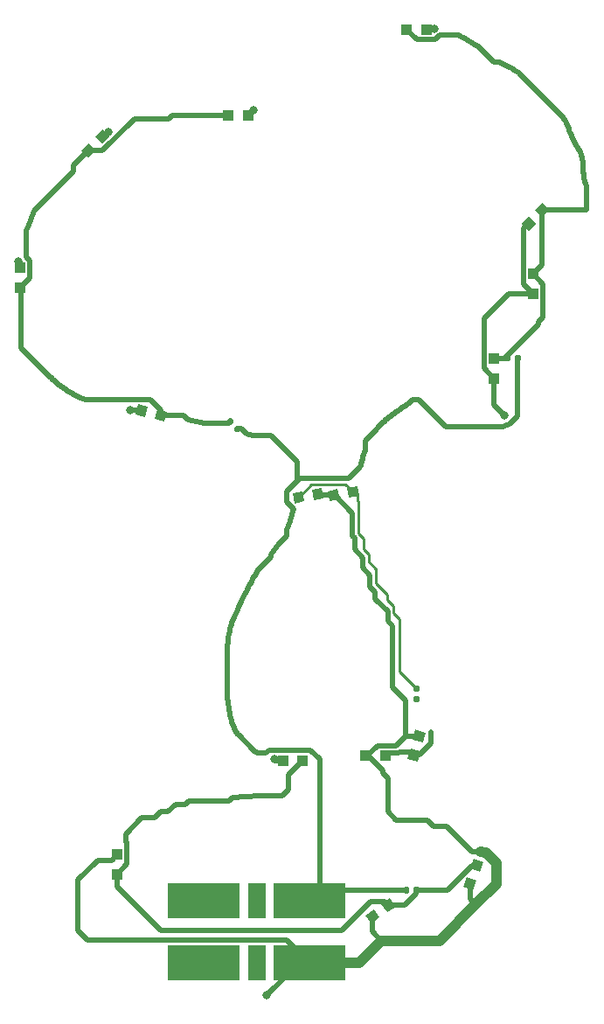
<source format=gbr>
%TF.GenerationSoftware,KiCad,Pcbnew,5.1.7-a382d34a8~88~ubuntu20.04.1*%
%TF.CreationDate,2021-01-15T03:25:47-08:00*%
%TF.ProjectId,snoopy-sao,736e6f6f-7079-42d7-9361-6f2e6b696361,rev?*%
%TF.SameCoordinates,Original*%
%TF.FileFunction,Copper,L2,Bot*%
%TF.FilePolarity,Positive*%
%FSLAX46Y46*%
G04 Gerber Fmt 4.6, Leading zero omitted, Abs format (unit mm)*
G04 Created by KiCad (PCBNEW 5.1.7-a382d34a8~88~ubuntu20.04.1) date 2021-01-15 03:25:47*
%MOMM*%
%LPD*%
G01*
G04 APERTURE LIST*
%TA.AperFunction,SMDPad,CuDef*%
%ADD10R,1.000000X1.000000*%
%TD*%
%TA.AperFunction,SMDPad,CuDef*%
%ADD11C,0.100000*%
%TD*%
%TA.AperFunction,SMDPad,CuDef*%
%ADD12R,6.908800X3.454400*%
%TD*%
%TA.AperFunction,SMDPad,CuDef*%
%ADD13R,1.727200X3.454400*%
%TD*%
%TA.AperFunction,ViaPad*%
%ADD14C,0.800000*%
%TD*%
%TA.AperFunction,Conductor*%
%ADD15C,1.000000*%
%TD*%
%TA.AperFunction,Conductor*%
%ADD16C,0.500000*%
%TD*%
%TA.AperFunction,Conductor*%
%ADD17C,0.250000*%
%TD*%
G04 APERTURE END LIST*
%TO.P,R4,2*%
%TO.N,/A_4*%
%TA.AperFunction,SMDPad,CuDef*%
G36*
G01*
X95787625Y-96243673D02*
X95543673Y-96487625D01*
G75*
G02*
X95335077Y-96487625I-104298J104298D01*
G01*
X95126481Y-96279029D01*
G75*
G02*
X95126481Y-96070433I104298J104298D01*
G01*
X95370433Y-95826481D01*
G75*
G02*
X95579029Y-95826481I104298J-104298D01*
G01*
X95787625Y-96035077D01*
G75*
G02*
X95787625Y-96243673I-104298J-104298D01*
G01*
G37*
%TD.AperFunction*%
%TO.P,R4,1*%
%TO.N,+3V3*%
%TA.AperFunction,SMDPad,CuDef*%
G36*
G01*
X96473519Y-96929567D02*
X96229567Y-97173519D01*
G75*
G02*
X96020971Y-97173519I-104298J104298D01*
G01*
X95812375Y-96964923D01*
G75*
G02*
X95812375Y-96756327I104298J104298D01*
G01*
X96056327Y-96512375D01*
G75*
G02*
X96264923Y-96512375I104298J-104298D01*
G01*
X96473519Y-96720971D01*
G75*
G02*
X96473519Y-96929567I-104298J-104298D01*
G01*
G37*
%TD.AperFunction*%
%TD*%
D10*
%TO.P,D16,2*%
%TO.N,/A_4*%
X95250000Y-66500000D03*
%TO.P,D16,1*%
%TO.N,GND*%
X97150000Y-66500000D03*
%TD*%
%TA.AperFunction,SMDPad,CuDef*%
D11*
%TO.P,D15,2*%
%TO.N,/A_4*%
G36*
X81021142Y-69871751D02*
G01*
X81728249Y-69164644D01*
X82435356Y-69871751D01*
X81728249Y-70578858D01*
X81021142Y-69871751D01*
G37*
%TD.AperFunction*%
%TA.AperFunction,SMDPad,CuDef*%
%TO.P,D15,1*%
%TO.N,GND*%
G36*
X82364644Y-68528249D02*
G01*
X83071751Y-67821142D01*
X83778858Y-68528249D01*
X83071751Y-69235356D01*
X82364644Y-68528249D01*
G37*
%TD.AperFunction*%
%TD*%
%TA.AperFunction,SMDPad,CuDef*%
%TO.P,D14,2*%
%TO.N,/A_4*%
G36*
X89071183Y-96158250D02*
G01*
X88105258Y-95899431D01*
X88364077Y-94933506D01*
X89330002Y-95192325D01*
X89071183Y-96158250D01*
G37*
%TD.AperFunction*%
%TA.AperFunction,SMDPad,CuDef*%
%TO.P,D14,1*%
%TO.N,GND*%
G36*
X87235923Y-95666494D02*
G01*
X86269998Y-95407675D01*
X86528817Y-94441750D01*
X87494742Y-94700569D01*
X87235923Y-95666494D01*
G37*
%TD.AperFunction*%
%TD*%
D10*
%TO.P,D13,2*%
%TO.N,/A_4*%
X75100000Y-83150000D03*
%TO.P,D13,1*%
%TO.N,GND*%
X75100000Y-81250000D03*
%TD*%
%TO.P,R3,2*%
%TO.N,/A_3*%
%TA.AperFunction,SMDPad,CuDef*%
G36*
G01*
X122610000Y-89827500D02*
X122610000Y-90172500D01*
G75*
G02*
X122462500Y-90320000I-147500J0D01*
G01*
X122167500Y-90320000D01*
G75*
G02*
X122020000Y-90172500I0J147500D01*
G01*
X122020000Y-89827500D01*
G75*
G02*
X122167500Y-89680000I147500J0D01*
G01*
X122462500Y-89680000D01*
G75*
G02*
X122610000Y-89827500I0J-147500D01*
G01*
G37*
%TD.AperFunction*%
%TO.P,R3,1*%
%TO.N,+3V3*%
%TA.AperFunction,SMDPad,CuDef*%
G36*
G01*
X123580000Y-89827500D02*
X123580000Y-90172500D01*
G75*
G02*
X123432500Y-90320000I-147500J0D01*
G01*
X123137500Y-90320000D01*
G75*
G02*
X122990000Y-90172500I0J147500D01*
G01*
X122990000Y-89827500D01*
G75*
G02*
X123137500Y-89680000I147500J0D01*
G01*
X123432500Y-89680000D01*
G75*
G02*
X123580000Y-89827500I0J-147500D01*
G01*
G37*
%TD.AperFunction*%
%TD*%
%TO.P,D12,2*%
%TO.N,/A_3*%
X121000000Y-90050000D03*
%TO.P,D12,1*%
%TO.N,GND*%
X121000000Y-91950000D03*
%TD*%
%TO.P,D11,2*%
%TO.N,/A_3*%
X112550000Y-58200000D03*
%TO.P,D11,1*%
%TO.N,GND*%
X114450000Y-58200000D03*
%TD*%
%TA.AperFunction,SMDPad,CuDef*%
D11*
%TO.P,D10,2*%
%TO.N,/A_3*%
G36*
X126378858Y-75628249D02*
G01*
X125671751Y-76335356D01*
X124964644Y-75628249D01*
X125671751Y-74921142D01*
X126378858Y-75628249D01*
G37*
%TD.AperFunction*%
%TA.AperFunction,SMDPad,CuDef*%
%TO.P,D10,1*%
%TO.N,GND*%
G36*
X125035356Y-76971751D02*
G01*
X124328249Y-77678858D01*
X123621142Y-76971751D01*
X124328249Y-76264644D01*
X125035356Y-76971751D01*
G37*
%TD.AperFunction*%
%TD*%
D10*
%TO.P,D9,2*%
%TO.N,/A_3*%
X124800000Y-81850000D03*
%TO.P,D9,1*%
%TO.N,GND*%
X124800000Y-83750000D03*
%TD*%
%TO.P,R2,2*%
%TO.N,/A_2*%
%TA.AperFunction,SMDPad,CuDef*%
G36*
G01*
X113672500Y-122310000D02*
X113327500Y-122310000D01*
G75*
G02*
X113180000Y-122162500I0J147500D01*
G01*
X113180000Y-121867500D01*
G75*
G02*
X113327500Y-121720000I147500J0D01*
G01*
X113672500Y-121720000D01*
G75*
G02*
X113820000Y-121867500I0J-147500D01*
G01*
X113820000Y-122162500D01*
G75*
G02*
X113672500Y-122310000I-147500J0D01*
G01*
G37*
%TD.AperFunction*%
%TO.P,R2,1*%
%TO.N,+3V3*%
%TA.AperFunction,SMDPad,CuDef*%
G36*
G01*
X113672500Y-123280000D02*
X113327500Y-123280000D01*
G75*
G02*
X113180000Y-123132500I0J147500D01*
G01*
X113180000Y-122837500D01*
G75*
G02*
X113327500Y-122690000I147500J0D01*
G01*
X113672500Y-122690000D01*
G75*
G02*
X113820000Y-122837500I0J-147500D01*
G01*
X113820000Y-123132500D01*
G75*
G02*
X113672500Y-123280000I-147500J0D01*
G01*
G37*
%TD.AperFunction*%
%TD*%
%TA.AperFunction,SMDPad,CuDef*%
D11*
%TO.P,D8,2*%
%TO.N,/A_2*%
G36*
X112641750Y-128771183D02*
G01*
X112900569Y-127805258D01*
X113866494Y-128064077D01*
X113607675Y-129030002D01*
X112641750Y-128771183D01*
G37*
%TD.AperFunction*%
%TA.AperFunction,SMDPad,CuDef*%
%TO.P,D8,1*%
%TO.N,GND*%
G36*
X113133506Y-126935923D02*
G01*
X113392325Y-125969998D01*
X114358250Y-126228817D01*
X114099431Y-127194742D01*
X113133506Y-126935923D01*
G37*
%TD.AperFunction*%
%TD*%
D10*
%TO.P,D7,2*%
%TO.N,/A_2*%
X110450000Y-128500000D03*
%TO.P,D7,1*%
%TO.N,GND*%
X108550000Y-128500000D03*
%TD*%
%TA.AperFunction,SMDPad,CuDef*%
D11*
%TO.P,D6,2*%
%TO.N,/A_2*%
G36*
X107914795Y-103340614D02*
G01*
X106929987Y-103514262D01*
X106756339Y-102529454D01*
X107741147Y-102355806D01*
X107914795Y-103340614D01*
G37*
%TD.AperFunction*%
%TA.AperFunction,SMDPad,CuDef*%
%TO.P,D6,1*%
%TO.N,GND*%
G36*
X106043661Y-103670546D02*
G01*
X105058853Y-103844194D01*
X104885205Y-102859386D01*
X105870013Y-102685738D01*
X106043661Y-103670546D01*
G37*
%TD.AperFunction*%
%TD*%
%TA.AperFunction,SMDPad,CuDef*%
%TO.P,D5,2*%
%TO.N,/A_2*%
G36*
X101485205Y-103059386D02*
G01*
X102470013Y-102885738D01*
X102643661Y-103870546D01*
X101658853Y-104044194D01*
X101485205Y-103059386D01*
G37*
%TD.AperFunction*%
%TA.AperFunction,SMDPad,CuDef*%
%TO.P,D5,1*%
%TO.N,GND*%
G36*
X103356339Y-102729454D02*
G01*
X104341147Y-102555806D01*
X104514795Y-103540614D01*
X103529987Y-103714262D01*
X103356339Y-102729454D01*
G37*
%TD.AperFunction*%
%TD*%
%TO.P,R1,2*%
%TO.N,/A_1*%
%TA.AperFunction,SMDPad,CuDef*%
G36*
G01*
X113190000Y-141672500D02*
X113190000Y-141327500D01*
G75*
G02*
X113337500Y-141180000I147500J0D01*
G01*
X113632500Y-141180000D01*
G75*
G02*
X113780000Y-141327500I0J-147500D01*
G01*
X113780000Y-141672500D01*
G75*
G02*
X113632500Y-141820000I-147500J0D01*
G01*
X113337500Y-141820000D01*
G75*
G02*
X113190000Y-141672500I0J147500D01*
G01*
G37*
%TD.AperFunction*%
%TO.P,R1,1*%
%TO.N,+3V3*%
%TA.AperFunction,SMDPad,CuDef*%
G36*
G01*
X112220000Y-141672500D02*
X112220000Y-141327500D01*
G75*
G02*
X112367500Y-141180000I147500J0D01*
G01*
X112662500Y-141180000D01*
G75*
G02*
X112810000Y-141327500I0J-147500D01*
G01*
X112810000Y-141672500D01*
G75*
G02*
X112662500Y-141820000I-147500J0D01*
G01*
X112367500Y-141820000D01*
G75*
G02*
X112220000Y-141672500I0J147500D01*
G01*
G37*
%TD.AperFunction*%
%TD*%
D10*
%TO.P,D4,2*%
%TO.N,/A_1*%
X102450000Y-129000000D03*
%TO.P,D4,1*%
%TO.N,GND*%
X100550000Y-129000000D03*
%TD*%
%TA.AperFunction,SMDPad,CuDef*%
D11*
%TO.P,D3,2*%
%TO.N,/A_1*%
G36*
X119965775Y-138808456D02*
G01*
X119623755Y-139748148D01*
X118684063Y-139406128D01*
X119026083Y-138466436D01*
X119965775Y-138808456D01*
G37*
%TD.AperFunction*%
%TA.AperFunction,SMDPad,CuDef*%
%TO.P,D3,1*%
%TO.N,GND*%
G36*
X119315937Y-140593872D02*
G01*
X118973917Y-141533564D01*
X118034225Y-141191544D01*
X118376245Y-140251852D01*
X119315937Y-140593872D01*
G37*
%TD.AperFunction*%
%TD*%
D10*
%TO.P,D2,2*%
%TO.N,/A_1*%
X84500000Y-139950000D03*
%TO.P,D2,1*%
%TO.N,GND*%
X84500000Y-138050000D03*
%TD*%
%TA.AperFunction,SMDPad,CuDef*%
D11*
%TO.P,D1,2*%
%TO.N,/A_1*%
G36*
X111474558Y-143077890D02*
G01*
X110655406Y-143651466D01*
X110081830Y-142832314D01*
X110900982Y-142258738D01*
X111474558Y-143077890D01*
G37*
%TD.AperFunction*%
%TA.AperFunction,SMDPad,CuDef*%
%TO.P,D1,1*%
%TO.N,GND*%
G36*
X109918170Y-144167686D02*
G01*
X109099018Y-144741262D01*
X108525442Y-143922110D01*
X109344594Y-143348534D01*
X109918170Y-144167686D01*
G37*
%TD.AperFunction*%
%TD*%
D12*
%TO.P,X1,2*%
%TO.N,GND*%
X103130800Y-148517200D03*
%TO.P,X1,1*%
%TO.N,+3V3*%
X103130800Y-142522800D03*
D13*
%TO.P,X1,4*%
%TO.N,Net-(X1-Pad4)*%
X98000000Y-148517200D03*
%TO.P,X1,3*%
%TO.N,Net-(X1-Pad3)*%
X98000000Y-142522800D03*
D12*
%TO.P,X1,6*%
%TO.N,Net-(X1-Pad6)*%
X92869200Y-148517200D03*
%TO.P,X1,5*%
%TO.N,Net-(X1-Pad5)*%
X92869200Y-142522800D03*
%TD*%
D14*
%TO.N,GND*%
X99000000Y-151700000D03*
X99700000Y-128800000D03*
X122000000Y-95500000D03*
X85800000Y-95000000D03*
X74940363Y-80610925D03*
X115228546Y-58069357D03*
X97700000Y-66000000D03*
X83615366Y-68124926D03*
%TD*%
D15*
%TO.N,GND*%
X103130800Y-148517200D02*
X107986362Y-148517200D01*
X107986362Y-148517200D02*
X110101781Y-146401781D01*
X119200000Y-142900000D02*
X121200000Y-140900000D01*
X121200000Y-140900000D02*
X121200000Y-138900000D01*
X120191966Y-137891966D02*
X119685336Y-137800000D01*
X121200000Y-138900000D02*
X120191966Y-137891966D01*
D16*
X110200000Y-130200000D02*
X110200000Y-129900000D01*
X108800000Y-128500000D02*
X108550000Y-128500000D01*
X110700000Y-133900000D02*
X110700000Y-130700000D01*
X111500000Y-134700000D02*
X110700000Y-133900000D01*
X114444309Y-134700000D02*
X111500000Y-134700000D01*
X110200000Y-129900000D02*
X108800000Y-128500000D01*
X114516776Y-134716776D02*
X114460672Y-134703715D01*
X115100000Y-135300000D02*
X114516776Y-134716776D01*
X114460672Y-134703715D02*
X114444309Y-134700000D01*
X116400000Y-135300000D02*
X115100000Y-135300000D01*
X110700000Y-130700000D02*
X110200000Y-130200000D01*
X118900000Y-137800000D02*
X116400000Y-135300000D01*
X119685336Y-137800000D02*
X118900000Y-137800000D01*
X118675081Y-142375081D02*
X119200000Y-142900000D01*
X118675081Y-140892708D02*
X118675081Y-142375081D01*
X109221806Y-145521806D02*
X110101781Y-146401781D01*
X109221806Y-144044898D02*
X109221806Y-145521806D01*
X100953599Y-146339999D02*
X81639999Y-146339999D01*
X103130800Y-148517200D02*
X100953599Y-146339999D01*
X81639999Y-146339999D02*
X80700000Y-145400000D01*
X80700000Y-145400000D02*
X80700000Y-140500000D01*
X80700000Y-140500000D02*
X82600000Y-138600000D01*
X83950000Y-138600000D02*
X84500000Y-138050000D01*
X82600000Y-138600000D02*
X83950000Y-138600000D01*
X112434184Y-126582370D02*
X113745878Y-126582370D01*
X111516554Y-127500000D02*
X112434184Y-126582370D01*
X109700000Y-127500000D02*
X111516554Y-127500000D01*
X108700000Y-128500000D02*
X109700000Y-127500000D01*
X108550000Y-128500000D02*
X108700000Y-128500000D01*
D15*
X110101781Y-146401781D02*
X115698219Y-146401781D01*
X115698219Y-146401781D02*
X119200000Y-142900000D01*
D16*
X123849999Y-82799999D02*
X124800000Y-83750000D01*
X123849999Y-77450001D02*
X123849999Y-82799999D01*
X124328249Y-76971751D02*
X123849999Y-77450001D01*
X124800000Y-83750000D02*
X122450000Y-83750000D01*
X120049999Y-90999999D02*
X121000000Y-91950000D01*
X120049999Y-86150001D02*
X120049999Y-90999999D01*
X122450000Y-83750000D02*
X120049999Y-86150001D01*
X102182800Y-148517200D02*
X99000000Y-151700000D01*
X103130800Y-148517200D02*
X102182800Y-148517200D01*
X99900000Y-129000000D02*
X99700000Y-128800000D01*
X100550000Y-129000000D02*
X99900000Y-129000000D01*
X105564966Y-103264966D02*
X105464433Y-103264966D01*
X107290548Y-104990548D02*
X105564966Y-103264966D01*
X107290548Y-107190548D02*
X107290548Y-104990548D01*
X107500000Y-107400000D02*
X107290548Y-107190548D01*
X112434184Y-123134184D02*
X111200000Y-121900000D01*
X111200000Y-121900000D02*
X111200000Y-115900000D01*
X109500000Y-113300000D02*
X109500000Y-112600000D01*
X109500000Y-112600000D02*
X109000000Y-112100000D01*
X112434184Y-126582370D02*
X112434184Y-123134184D01*
X110700000Y-115400000D02*
X110700000Y-114500000D01*
X110700000Y-114500000D02*
X109500000Y-113300000D01*
X109000000Y-112100000D02*
X109000000Y-111000000D01*
X109000000Y-111000000D02*
X108300000Y-110300000D01*
X108300000Y-110300000D02*
X108300000Y-109300000D01*
X108300000Y-109300000D02*
X107500000Y-108500000D01*
X111200000Y-115900000D02*
X110700000Y-115400000D01*
X107500000Y-108500000D02*
X107500000Y-107400000D01*
X104065499Y-103264966D02*
X103935567Y-103135034D01*
X105464433Y-103264966D02*
X104065499Y-103264966D01*
X121000000Y-94500000D02*
X121000000Y-91950000D01*
X122000000Y-95500000D02*
X121000000Y-94500000D01*
X85854122Y-95054122D02*
X85800000Y-95000000D01*
X86882370Y-95054122D02*
X85854122Y-95054122D01*
X75100000Y-80770562D02*
X74940363Y-80610925D01*
X75100000Y-81250000D02*
X75100000Y-80770562D01*
X114450000Y-58200000D02*
X115097903Y-58200000D01*
X115097903Y-58200000D02*
X115228546Y-58069357D01*
X97200000Y-66500000D02*
X97700000Y-66000000D01*
X97150000Y-66500000D02*
X97200000Y-66500000D01*
X83212043Y-68528249D02*
X83615366Y-68124926D01*
X83071751Y-68528249D02*
X83212043Y-68528249D01*
%TO.N,+3V3*%
X98244016Y-110403215D02*
X98343516Y-110257357D01*
X104153600Y-141500000D02*
X112515000Y-141500000D01*
X103130800Y-142522800D02*
X104153600Y-141500000D01*
X104100000Y-141553600D02*
X103130800Y-142522800D01*
X104100000Y-128839998D02*
X104100000Y-141553600D01*
X95382214Y-116448358D02*
X95332567Y-116715300D01*
X96290501Y-114033782D02*
X96170733Y-114296000D01*
X97417886Y-111772534D02*
X97310388Y-111970118D01*
X95492241Y-115969105D02*
X95435541Y-116199050D01*
X95505277Y-124852057D02*
X95568862Y-125073090D01*
X95679508Y-115408172D02*
X95613651Y-115575224D01*
X95802392Y-115124691D02*
X95679508Y-115408172D01*
X96525983Y-113529429D02*
X96408926Y-113778236D01*
X96641748Y-113287211D02*
X96525983Y-113529429D01*
X95551861Y-115760418D02*
X95492241Y-115969105D01*
X97201752Y-112173982D02*
X97092072Y-112383955D01*
X96408926Y-113778236D02*
X96290501Y-114033782D01*
X96027498Y-126159005D02*
X96108764Y-126301228D01*
X98898383Y-128254231D02*
X99202616Y-127949998D01*
X96756123Y-113051791D02*
X96641748Y-113287211D01*
X95200000Y-123080876D02*
X95209388Y-123170841D01*
X98244016Y-110403215D02*
X98143769Y-110554486D01*
X96981298Y-112600136D02*
X96869284Y-112822807D01*
X95435541Y-116199050D02*
X95382214Y-116448358D01*
X96049448Y-114565256D02*
X95926704Y-114841410D01*
X95613651Y-115575224D02*
X95551861Y-115760418D01*
X95926704Y-114841410D02*
X95802392Y-115124691D01*
X95200000Y-117678786D02*
X95200000Y-123080876D01*
X95390008Y-124354878D02*
X95445738Y-124612774D01*
X97940790Y-110873782D02*
X97838100Y-111041797D01*
X98143769Y-110554486D02*
X98042715Y-110711300D01*
X97092072Y-112383955D02*
X96981298Y-112600136D01*
X98042715Y-110711300D02*
X97940790Y-110873782D01*
X96170733Y-114296000D02*
X96049448Y-114565256D01*
X97838100Y-111041797D02*
X97734426Y-111215720D01*
X97734426Y-111215720D02*
X97629905Y-111395349D01*
X95209388Y-123170841D02*
X95247958Y-123486609D01*
X97809283Y-128068735D02*
X97955965Y-128162943D01*
X97629905Y-111395349D02*
X97524346Y-111581029D01*
X96869284Y-112822807D02*
X96756123Y-113051791D01*
X97524346Y-111581029D02*
X97417886Y-111772534D01*
X96193943Y-126440260D02*
X96218966Y-126478418D01*
X95332567Y-116715300D02*
X95286827Y-116998127D01*
X95286827Y-116998127D02*
X95245128Y-117295373D01*
X99202616Y-127949998D02*
X103210000Y-127949998D01*
X95245128Y-117295373D02*
X95207600Y-117605400D01*
X95207600Y-117605400D02*
X95200000Y-117678786D01*
X95247958Y-123486609D02*
X95290979Y-123790231D01*
X97310388Y-111970118D02*
X97201752Y-112173982D01*
X95290979Y-123790231D02*
X95338367Y-124080169D01*
X95338367Y-124080169D02*
X95390008Y-124354878D01*
X95445738Y-124612774D02*
X95505277Y-124852057D01*
X95568862Y-125073090D02*
X95622126Y-125236907D01*
X95622126Y-125236907D02*
X95679872Y-125398936D01*
X95679872Y-125398936D02*
X95741554Y-125557580D01*
X95741554Y-125557580D02*
X95807170Y-125712889D01*
X103210000Y-127949998D02*
X104100000Y-128839998D01*
X98107014Y-128254231D02*
X98898383Y-128254231D01*
X95876685Y-125864839D02*
X95950127Y-126013530D01*
X95807170Y-125712889D02*
X95876685Y-125864839D01*
X95950127Y-126013530D02*
X96027498Y-126159005D01*
X96108764Y-126301228D02*
X96193943Y-126440260D01*
X96218966Y-126478418D02*
X97809283Y-128068735D01*
X97955965Y-128162943D02*
X98107014Y-128254231D01*
X96542947Y-96842947D02*
X96142947Y-96842947D01*
X97035197Y-97335197D02*
X96542947Y-96842947D01*
X97597159Y-97500000D02*
X97035197Y-97335197D01*
X99400000Y-97500000D02*
X97597159Y-97500000D01*
X99400000Y-109247231D02*
X99400000Y-109018923D01*
X99400000Y-109018923D02*
X100125576Y-107974418D01*
X100125576Y-107974418D02*
X100900000Y-107199994D01*
X101241773Y-105711099D02*
X101580463Y-104602216D01*
X101580463Y-104602216D02*
X100900000Y-103921753D01*
X100900000Y-107199994D02*
X100900000Y-106602792D01*
X100900000Y-103921753D02*
X100900000Y-102909696D01*
X101962738Y-100062738D02*
X99400000Y-97500000D01*
X98244016Y-110403215D02*
X99400000Y-109247231D01*
X100900000Y-106602792D02*
X101241773Y-105758224D01*
X100900000Y-102909696D02*
X101962738Y-101846957D01*
X101241773Y-105758224D02*
X101241773Y-105711099D01*
X101962738Y-101846957D02*
X101962738Y-100062738D01*
X123285000Y-90000000D02*
X123285000Y-95615000D01*
X121965690Y-96579808D02*
X121914343Y-96600000D01*
X122236866Y-96465127D02*
X121965690Y-96579808D01*
X122511912Y-96340746D02*
X122236866Y-96465127D01*
X122602185Y-96297815D02*
X122511912Y-96340746D01*
X123285000Y-95615000D02*
X122602185Y-96297815D01*
X113692859Y-93973988D02*
X113126012Y-93973988D01*
X116318872Y-96600000D02*
X113692859Y-93973988D01*
X121914343Y-96600000D02*
X116318872Y-96600000D01*
X113126012Y-93973988D02*
X112662741Y-94437259D01*
X110986255Y-95585141D02*
X110980685Y-95584594D01*
X111149471Y-95456282D02*
X110986255Y-95585141D01*
X111154614Y-95456887D02*
X111149471Y-95456282D01*
X111324248Y-95327781D02*
X111154614Y-95456887D01*
X111509534Y-95199426D02*
X111505221Y-95198769D01*
X111692600Y-95068930D02*
X111509534Y-95199426D01*
X111696518Y-95069586D02*
X111692600Y-95068930D01*
X111890154Y-94938586D02*
X111886613Y-94937943D01*
X111886613Y-94937943D02*
X111696518Y-95069586D01*
X112662741Y-94437259D02*
X112619125Y-94464634D01*
X112619125Y-94464634D02*
X112615891Y-94463933D01*
X111505221Y-95198769D02*
X111328971Y-95328421D01*
X112521851Y-94523107D02*
X112423809Y-94586967D01*
X112423809Y-94586967D02*
X112422606Y-94586719D01*
X112207728Y-94727693D02*
X112207100Y-94727567D01*
X112523425Y-94523439D02*
X112521851Y-94523107D01*
X112422606Y-94586719D02*
X112318691Y-94655027D01*
X112318691Y-94655027D02*
X112317798Y-94654846D01*
X112317798Y-94654846D02*
X112207728Y-94727693D01*
X110823697Y-95713501D02*
X110817698Y-95713037D01*
X110980685Y-95584594D02*
X110823697Y-95713501D01*
X112207100Y-94727567D02*
X112089355Y-94805865D01*
X112087482Y-94805501D02*
X111890154Y-94938586D01*
X111328971Y-95328421D02*
X111324248Y-95327781D01*
X112615891Y-94463933D02*
X112523425Y-94523439D01*
X112089355Y-94805865D02*
X112087482Y-94805501D01*
X108079083Y-100428102D02*
X108071342Y-100434031D01*
X108105702Y-100303948D02*
X108098994Y-100308738D01*
X108136199Y-100174053D02*
X108130404Y-100177948D01*
X108165639Y-100040868D02*
X108136199Y-100174053D01*
X110227976Y-96234314D02*
X110220416Y-96234456D01*
X109952656Y-96504015D02*
X109834450Y-96641137D01*
X110666753Y-95842285D02*
X110660334Y-95841931D01*
X110091929Y-96367895D02*
X110084058Y-96368256D01*
X109553624Y-96977114D02*
X108500000Y-98030735D01*
X110361831Y-96102333D02*
X110227976Y-96234314D01*
X109960786Y-96503413D02*
X109952656Y-96504015D01*
X108170624Y-100037688D02*
X108165639Y-100040868D01*
X110369043Y-96102383D02*
X110361831Y-96102333D01*
X108500000Y-98948446D02*
X108443932Y-99119271D01*
X110508432Y-95971591D02*
X110369043Y-96102383D01*
X110515256Y-95971808D02*
X110508432Y-95971591D01*
X110660334Y-95841931D02*
X110515256Y-95971808D01*
X108310086Y-99530943D02*
X108251518Y-99743082D01*
X110220416Y-96234456D02*
X110091929Y-96367895D01*
X108247903Y-99745202D02*
X108209057Y-99894212D01*
X109834450Y-96641137D02*
X109826125Y-96641994D01*
X108098994Y-100308738D02*
X108079083Y-100428102D01*
X108251518Y-99743082D02*
X108247903Y-99745202D01*
X110817698Y-95713037D02*
X110666753Y-95842285D01*
X109826125Y-96641994D02*
X109553624Y-96977114D01*
X108500000Y-98030735D02*
X108500000Y-98948446D01*
X108443932Y-99119271D02*
X108439449Y-99121637D01*
X108439449Y-99121637D02*
X108377791Y-99321124D01*
X108209057Y-99894212D02*
X108204771Y-99896825D01*
X110084058Y-96368256D02*
X109960786Y-96503413D01*
X108377791Y-99321124D02*
X108373719Y-99323356D01*
X108373719Y-99323356D02*
X108313766Y-99528855D01*
X108130404Y-100177948D02*
X108105702Y-100303948D01*
X108313766Y-99528855D02*
X108310086Y-99530943D01*
X108204771Y-99896825D02*
X108170624Y-100037688D01*
X108071342Y-100474513D02*
X108060502Y-100539498D01*
X108071342Y-100434031D02*
X108071342Y-100474513D01*
X102153911Y-101655784D02*
X101962738Y-101846957D01*
X106944216Y-101655784D02*
X102153911Y-101655784D01*
X108060502Y-100539498D02*
X106944216Y-101655784D01*
%TO.N,/A_1*%
X112349898Y-142955102D02*
X113485000Y-141820000D01*
X110778194Y-142955102D02*
X112349898Y-142955102D01*
X113485000Y-141820000D02*
X113485000Y-141500000D01*
X113485000Y-141500000D02*
X116500000Y-141500000D01*
X118884393Y-139107292D02*
X119324919Y-139107292D01*
X116500000Y-141491685D02*
X118884393Y-139107292D01*
X116500000Y-141500000D02*
X116500000Y-141491685D01*
X101100000Y-130350000D02*
X102450000Y-129000000D01*
X97913223Y-132391905D02*
X100508095Y-132391905D01*
X97240262Y-132435966D02*
X97913223Y-132391905D01*
X96008444Y-132517245D02*
X96604797Y-132477755D01*
X95659412Y-132540588D02*
X96008444Y-132517245D01*
X85450001Y-138999999D02*
X85450001Y-136950001D01*
X96604797Y-132477755D02*
X97240262Y-132435966D01*
X88731879Y-133868121D02*
X89391589Y-133845835D01*
X95300000Y-132900000D02*
X95659412Y-132540588D01*
X85450001Y-136950001D02*
X85300000Y-136800000D01*
X85300000Y-136800000D02*
X85300000Y-136100000D01*
X91400000Y-132900000D02*
X95300000Y-132900000D01*
X85300000Y-136100000D02*
X86900000Y-134500000D01*
X86900000Y-134500000D02*
X88100000Y-134500000D01*
X100508095Y-132391905D02*
X101100000Y-131800000D01*
X88100000Y-134500000D02*
X88731879Y-133868121D01*
X101100000Y-131800000D02*
X101100000Y-130350000D01*
X89391589Y-133845835D02*
X90154881Y-133200000D01*
X84500000Y-139950000D02*
X85450001Y-138999999D01*
X90154881Y-133200000D02*
X91100000Y-133200000D01*
X91100000Y-133200000D02*
X91400000Y-132900000D01*
X110778194Y-142955102D02*
X110419187Y-142596095D01*
X110419187Y-142596095D02*
X109049107Y-142596095D01*
X109049107Y-142596095D02*
X106245190Y-145400012D01*
X106245190Y-145400012D02*
X88764845Y-145400012D01*
X88764845Y-145400012D02*
X84500000Y-141135167D01*
X84500000Y-141135167D02*
X84500000Y-139950000D01*
%TO.N,/A_2*%
X110749989Y-128200011D02*
X111792481Y-128200011D01*
X110450000Y-128500000D02*
X110749989Y-128200011D01*
X111792481Y-128200011D02*
X111844616Y-128161901D01*
X111844616Y-128161901D02*
X112998393Y-128161901D01*
X112998393Y-128161901D02*
X113254122Y-128417630D01*
X113771759Y-128417630D02*
X114900000Y-127289389D01*
X113254122Y-128417630D02*
X113771759Y-128417630D01*
X114900000Y-127289389D02*
X114900000Y-126200000D01*
D17*
X113500000Y-122015000D02*
X111853997Y-120368997D01*
X110685372Y-113392269D02*
X110685372Y-112885379D01*
X108875727Y-109699552D02*
X108875727Y-108982385D01*
X108375010Y-107481449D02*
X108368916Y-107455728D01*
X111275010Y-113981907D02*
X110685372Y-113392269D01*
X108368916Y-107455728D02*
X107865558Y-106952370D01*
X108375010Y-108481668D02*
X108375010Y-107481449D01*
X109575010Y-110398835D02*
X108875727Y-109699552D01*
X109575010Y-111775011D02*
X109575010Y-110398835D01*
X111275010Y-114675011D02*
X111275010Y-113981907D01*
X108875727Y-108982385D02*
X108375010Y-108481668D01*
X110685372Y-112885379D02*
X109575010Y-111775011D01*
X111853997Y-115254002D02*
X111275010Y-114675011D01*
X111853997Y-120368997D02*
X111853997Y-115254002D01*
X107793063Y-103392531D02*
X107335567Y-102935034D01*
X107865558Y-104272832D02*
X107793063Y-103392531D01*
X107865558Y-106952370D02*
X107865558Y-104272832D01*
X103298603Y-102230796D02*
X102064433Y-103464966D01*
X106631329Y-102230796D02*
X103298603Y-102230796D01*
X107335567Y-102935034D02*
X106631329Y-102230796D01*
D16*
%TO.N,/A_3*%
X125285000Y-86765000D02*
X125285000Y-86500000D01*
X122000000Y-90050000D02*
X125285000Y-86765000D01*
X121000000Y-90050000D02*
X122000000Y-90050000D01*
X125750001Y-82800001D02*
X124800000Y-81850000D01*
X125750001Y-86034999D02*
X125750001Y-82800001D01*
X125285000Y-86500000D02*
X125750001Y-86034999D01*
X125671751Y-80978249D02*
X125671751Y-75628249D01*
X124800000Y-81850000D02*
X125671751Y-80978249D01*
X129971751Y-75628249D02*
X125671751Y-75628249D01*
X130000000Y-73459412D02*
X130000000Y-75600000D01*
X129987083Y-73453444D02*
X130000000Y-73459412D01*
X129937125Y-73317699D02*
X129987083Y-73453444D01*
X129741635Y-72639996D02*
X129746563Y-72643685D01*
X129721792Y-72501962D02*
X129741635Y-72639996D01*
X129717187Y-72498368D02*
X129721792Y-72501962D01*
X129699609Y-72355887D02*
X129717187Y-72498368D01*
X129695212Y-72352316D02*
X129699609Y-72355887D01*
X129663204Y-72053481D02*
X129675776Y-72202541D01*
X129628973Y-71541421D02*
X129644890Y-71894694D01*
X129621127Y-71367591D02*
X129628973Y-71541421D01*
X129596448Y-71053643D02*
X129610350Y-71206689D01*
X129768527Y-72776513D02*
X129773922Y-72780377D01*
X129559404Y-70770401D02*
X129579447Y-70908239D01*
X129919622Y-73308095D02*
X129937125Y-73317699D01*
X129536378Y-70639980D02*
X129559404Y-70770401D01*
X129510429Y-70516741D02*
X129536378Y-70639980D01*
X129481660Y-70400605D02*
X129510429Y-70516741D01*
X129450155Y-70291328D02*
X129481660Y-70400605D01*
X129415984Y-70188603D02*
X129450155Y-70291328D01*
X129379256Y-70092226D02*
X129415984Y-70188603D01*
X129340008Y-70001791D02*
X129379256Y-70092226D01*
X129298276Y-69916934D02*
X129340008Y-70001791D01*
X129134714Y-69673529D02*
X129142780Y-69675420D01*
X129074891Y-69577074D02*
X129134714Y-69673529D01*
X129675776Y-72202541D02*
X129680054Y-72206154D01*
X129067932Y-69575260D02*
X129074891Y-69577074D01*
X129002163Y-69471897D02*
X129008333Y-69473651D01*
X128937435Y-69364098D02*
X128943035Y-69365812D01*
X128873852Y-69252535D02*
X128879062Y-69254238D01*
X128811600Y-69137912D02*
X128816555Y-69139630D01*
X129658966Y-72049760D02*
X129663204Y-72053481D01*
X129202657Y-69766099D02*
X129210696Y-69767744D01*
X128750895Y-69020933D02*
X128755711Y-69022699D01*
X129836818Y-73036229D02*
X129864546Y-73149314D01*
X129797886Y-72907279D02*
X129803945Y-72911414D01*
X128691972Y-68902299D02*
X128696759Y-68904150D01*
X128639945Y-68784688D02*
X128691972Y-68902299D01*
X128635086Y-68782708D02*
X128639945Y-68784688D01*
X121478447Y-61300000D02*
X121977642Y-61573266D01*
X113500001Y-59150001D02*
X115349999Y-59150001D01*
X129680054Y-72206154D02*
X129695212Y-72352316D01*
X128816555Y-69139630D02*
X128873852Y-69252535D01*
X119713372Y-60020929D02*
X119746398Y-60046398D01*
X112550000Y-58200000D02*
X113500001Y-59150001D01*
X130000000Y-75600000D02*
X129971751Y-75628249D01*
X119310554Y-59738151D02*
X119457671Y-59837727D01*
X129829811Y-73031702D02*
X129836818Y-73036229D01*
X123401702Y-62377057D02*
X123432646Y-62398746D01*
X118985489Y-59528333D02*
X119070311Y-59581913D01*
X129210696Y-69767744D02*
X129254043Y-69837226D01*
X118810631Y-59420136D02*
X118898887Y-59474381D01*
X122147397Y-61659452D02*
X122151840Y-61658079D01*
X128396662Y-68196167D02*
X128432743Y-68307580D01*
X128755711Y-69022699D02*
X128811600Y-69137912D01*
X119457671Y-59837727D02*
X119592603Y-59932457D01*
X128943035Y-69365812D02*
X129002163Y-69471897D01*
X121000000Y-61300000D02*
X121478447Y-61300000D01*
X119592603Y-59932457D02*
X119713372Y-60020929D01*
X119746398Y-60046398D02*
X121000000Y-61300000D01*
X129803945Y-72911414D02*
X129829811Y-73031702D01*
X115349999Y-59150001D02*
X115766889Y-58733111D01*
X118443374Y-59201744D02*
X118536957Y-59256321D01*
X118720746Y-59365618D02*
X118810631Y-59420136D01*
X128580486Y-68662830D02*
X128585523Y-68664994D01*
X117870142Y-58882771D02*
X117965953Y-58934242D01*
X129746563Y-72643685D02*
X129768527Y-72776513D01*
X122151840Y-61658079D02*
X122316670Y-61741788D01*
X122321040Y-61740361D02*
X122509487Y-61834498D01*
X123171016Y-62223541D02*
X123401702Y-62377057D01*
X129864546Y-73149314D02*
X129875245Y-73155799D01*
X119070311Y-59581913D02*
X119151876Y-59634175D01*
X115766889Y-58733111D02*
X117582838Y-58733111D01*
X128439110Y-68310832D02*
X128479106Y-68424726D01*
X129610350Y-71206689D02*
X129621127Y-71367591D01*
X129254043Y-69837226D02*
X129298276Y-69916934D01*
X129142780Y-69675420D02*
X129202657Y-69766099D01*
X128484873Y-68427495D02*
X128528421Y-68543312D01*
X128879062Y-69254238D02*
X128937435Y-69364098D01*
X118898887Y-59474381D02*
X118985489Y-59528333D01*
X129644890Y-71894694D02*
X129649154Y-71898590D01*
X128528421Y-68543312D02*
X128533752Y-68545730D01*
X117965953Y-58934242D02*
X118062346Y-58986784D01*
X117774014Y-58831899D02*
X117870142Y-58882771D01*
X122723896Y-61951494D02*
X122944752Y-62081427D01*
X118536957Y-59256321D02*
X118629544Y-59311025D01*
X117678390Y-58782082D02*
X117774014Y-58831899D01*
X117582838Y-58733111D02*
X117678390Y-58782082D01*
X128533752Y-68545730D02*
X128580486Y-68662830D01*
X129649154Y-71898590D02*
X129658966Y-72049760D01*
X118158215Y-59039780D02*
X118253974Y-59093446D01*
X122944752Y-62081427D02*
X123171016Y-62223541D01*
X123432646Y-62398746D02*
X127658226Y-66624326D01*
X118629544Y-59311025D02*
X118720746Y-59365618D01*
X127914271Y-67033943D02*
X128021813Y-67226963D01*
X121981851Y-61572035D02*
X122147397Y-61659452D01*
X118062346Y-58986784D02*
X118158215Y-59039780D01*
X119151876Y-59634175D02*
X119310554Y-59738151D01*
X129579447Y-70908239D02*
X129596448Y-71053643D01*
X121977642Y-61573266D02*
X121981851Y-61572035D01*
X122316670Y-61741788D02*
X122321040Y-61740361D01*
X118349013Y-59147431D02*
X118443374Y-59201744D01*
X128021813Y-67226963D02*
X128114708Y-67410380D01*
X128114708Y-67410380D02*
X128192232Y-67582548D01*
X129773922Y-72780377D02*
X129797886Y-72907279D01*
X128192232Y-67582548D02*
X128253897Y-67741776D01*
X129008333Y-69473651D02*
X129067932Y-69575260D01*
X128253897Y-67741776D02*
X128303590Y-67899184D01*
X128696759Y-68904150D02*
X128750895Y-69020933D01*
X127658226Y-66624326D02*
X127792816Y-66832659D01*
X128303590Y-67899184D02*
X128389486Y-68192244D01*
X128389486Y-68192244D02*
X128396662Y-68196167D01*
X122509487Y-61834498D02*
X122723896Y-61951494D01*
X128432743Y-68307580D02*
X128439110Y-68310832D01*
X128479106Y-68424726D02*
X128484873Y-68427495D01*
X129875245Y-73155799D02*
X129919622Y-73308095D01*
X118253974Y-59093446D02*
X118349013Y-59147431D01*
X127792816Y-66832659D02*
X127914271Y-67033943D01*
X128585523Y-68664994D02*
X128635086Y-68782708D01*
%TO.N,/A_4*%
X77834310Y-91660471D02*
X75200000Y-89026162D01*
X77979978Y-91797338D02*
X77834310Y-91660471D01*
X80642603Y-93702979D02*
X80517147Y-93641980D01*
X80767731Y-93760782D02*
X80642603Y-93702979D01*
X79882132Y-93286832D02*
X79753070Y-93205330D01*
X80264809Y-93510084D02*
X80137946Y-93439154D01*
X80892669Y-93815478D02*
X80767731Y-93760782D01*
X88717630Y-95028241D02*
X87681129Y-93991740D01*
X88717630Y-95545878D02*
X88717630Y-95028241D01*
X81017319Y-93867047D02*
X80892669Y-93815478D01*
X81355611Y-93991740D02*
X81266533Y-93961230D01*
X80010356Y-93364726D02*
X79882132Y-93286832D01*
X80391238Y-93577701D02*
X80264809Y-93510084D01*
X80517147Y-93641980D02*
X80391238Y-93577701D01*
X75200000Y-83250000D02*
X75100000Y-83150000D01*
X78959590Y-92638531D02*
X78823636Y-92530618D01*
X78686400Y-92418666D02*
X78547861Y-92302652D01*
X87681129Y-93991740D02*
X81355611Y-93991740D01*
X79360835Y-92938965D02*
X79228139Y-92842659D01*
X81266533Y-93961230D02*
X81141910Y-93915612D01*
X80137946Y-93439154D02*
X80010356Y-93364726D01*
X78124110Y-91929941D02*
X77979978Y-91797338D01*
X81141910Y-93915612D02*
X81017319Y-93867047D01*
X79753070Y-93205330D02*
X79623205Y-93120220D01*
X79623205Y-93120220D02*
X79492547Y-93031495D01*
X79228139Y-92842659D02*
X79094512Y-92742610D01*
X75200000Y-89026162D02*
X75200000Y-83250000D01*
X79094512Y-92742610D02*
X78959590Y-92638531D01*
X78823636Y-92530618D02*
X78686400Y-92418666D01*
X79492547Y-93031495D02*
X79360835Y-92938965D01*
X78547861Y-92302652D02*
X78408055Y-92182605D01*
X78408055Y-92182605D02*
X78266877Y-92058431D01*
X78266877Y-92058431D02*
X78124110Y-91929941D01*
X76050001Y-82199999D02*
X76050001Y-80550001D01*
X75100000Y-83150000D02*
X76050001Y-82199999D01*
X76050001Y-80550001D02*
X75700000Y-80200000D01*
X75700000Y-80200000D02*
X75700000Y-77588683D01*
X75817757Y-77307082D02*
X76458796Y-75741200D01*
X75700000Y-77588683D02*
X75817757Y-77307082D01*
X76458796Y-75741200D02*
X80300000Y-71899996D01*
X80300000Y-71300000D02*
X81728249Y-69871751D01*
X80300000Y-71899996D02*
X80300000Y-71300000D01*
X88717630Y-95545878D02*
X90945878Y-95545878D01*
X91357337Y-95957337D02*
X92939611Y-96300000D01*
X90945878Y-95545878D02*
X91357337Y-95957337D01*
X95314106Y-96300000D02*
X95457053Y-96157053D01*
X92939611Y-96300000D02*
X95314106Y-96300000D01*
X89800000Y-66500000D02*
X95250000Y-66500000D01*
X89500000Y-66800000D02*
X89800000Y-66500000D01*
X86143518Y-66800000D02*
X89500000Y-66800000D01*
X83071767Y-69871751D02*
X86143518Y-66800000D01*
X81728249Y-69871751D02*
X83071767Y-69871751D01*
%TD*%
M02*

</source>
